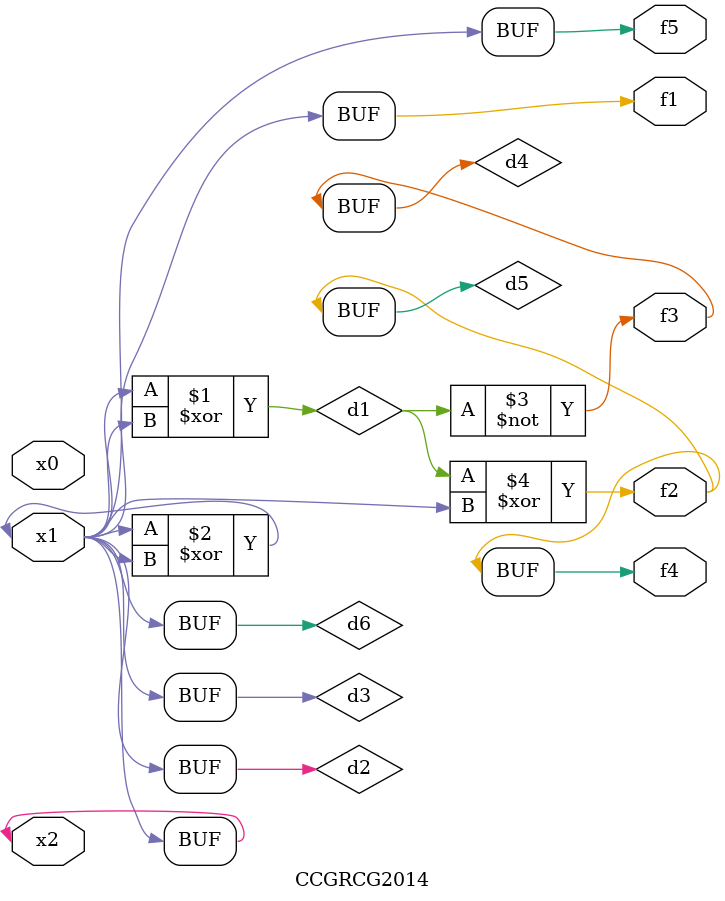
<source format=v>
module CCGRCG2014(
	input x0, x1, x2,
	output f1, f2, f3, f4, f5
);

	wire d1, d2, d3, d4, d5, d6;

	xor (d1, x1, x2);
	buf (d2, x1, x2);
	xor (d3, x1, x2);
	nor (d4, d1);
	xor (d5, d1, d2);
	buf (d6, d2, d3);
	assign f1 = d6;
	assign f2 = d5;
	assign f3 = d4;
	assign f4 = d5;
	assign f5 = d6;
endmodule

</source>
